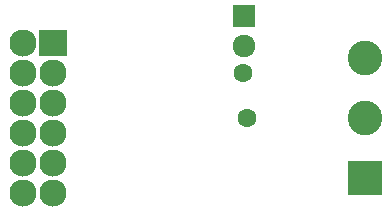
<source format=gbs>
G04 #@! TF.FileFunction,Soldermask,Bot*
%FSLAX46Y46*%
G04 Gerber Fmt 4.6, Leading zero omitted, Abs format (unit mm)*
G04 Created by KiCad (PCBNEW 4.0.2+dfsg1-stable) date ven. 29 sept. 2017 08:41:16 CEST*
%MOMM*%
G01*
G04 APERTURE LIST*
%ADD10C,0.100000*%
%ADD11R,2.400000X2.300000*%
%ADD12C,2.300000*%
%ADD13R,2.940000X2.940000*%
%ADD14C,2.940000*%
%ADD15R,1.924000X1.924000*%
%ADD16C,1.924000*%
%ADD17C,1.600000*%
G04 APERTURE END LIST*
D10*
D11*
X136030000Y-98650000D03*
D12*
X136030000Y-101190000D03*
X136030000Y-103730000D03*
X136030000Y-106270000D03*
X136030000Y-108810000D03*
X136030000Y-111350000D03*
X133490000Y-98650000D03*
X133490000Y-101190000D03*
X133490000Y-103730000D03*
X133490000Y-106270000D03*
X133490000Y-108810000D03*
X133490000Y-111350000D03*
D13*
X162470000Y-110080000D03*
D14*
X162470000Y-99920000D03*
X162470000Y-105000000D03*
D15*
X152170000Y-96330000D03*
D16*
X152170000Y-98870000D03*
D17*
X152120600Y-101193600D03*
X152476200Y-105003600D03*
M02*

</source>
